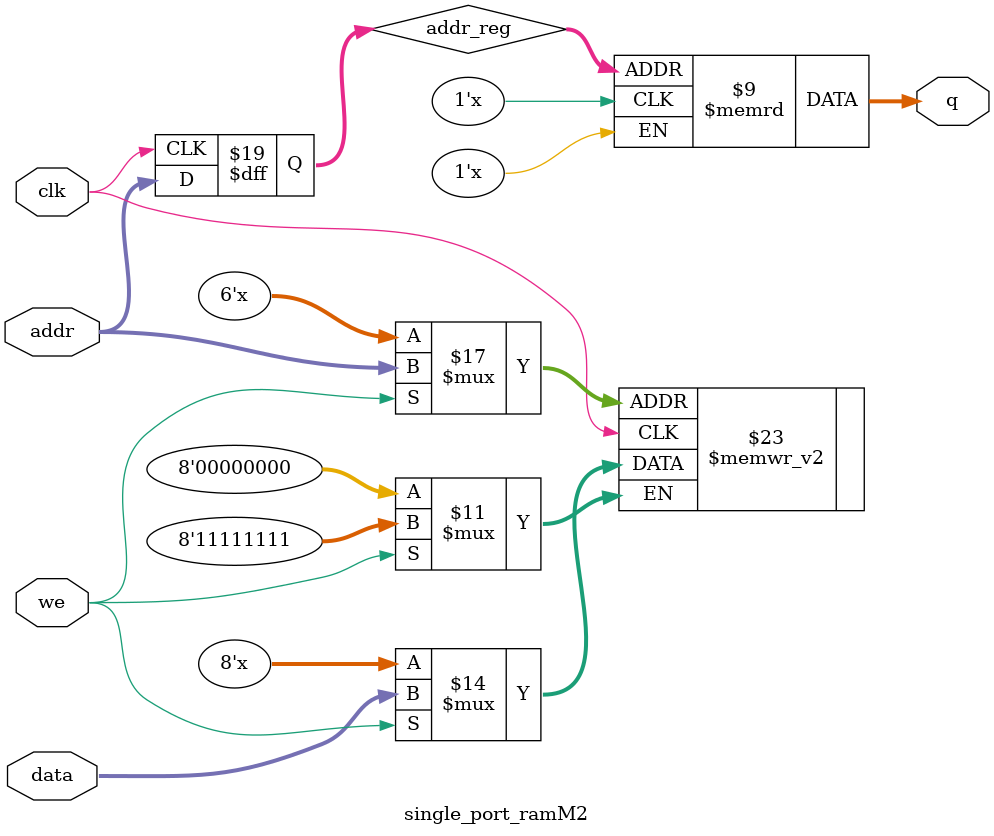
<source format=v>

module single_port_ramM2 
#(parameter DATA_WIDTH=8, parameter ADDR_WIDTH=6)
(
	input [(DATA_WIDTH-1):0] data,
	input [(ADDR_WIDTH-1):0] addr,
	input we, clk,
	output [(DATA_WIDTH-1):0] q
);

	// Declare the RAM variable
	reg [DATA_WIDTH-1:0] ram[2**ADDR_WIDTH-1:0];

	// Variable to hold the registered read address
	reg [ADDR_WIDTH-1:0] addr_reg;

	always @ (posedge clk)
	begin
		// Write
		if (we)
			ram[addr] <= data;

		addr_reg <= addr;
	end

	// Continuous assignment implies read returns NEW data.
	// This is the natural behavior of the TriMatrix memory
	// blocks in Single Port mode.  
	assign q = ram[addr_reg];

endmodule

</source>
